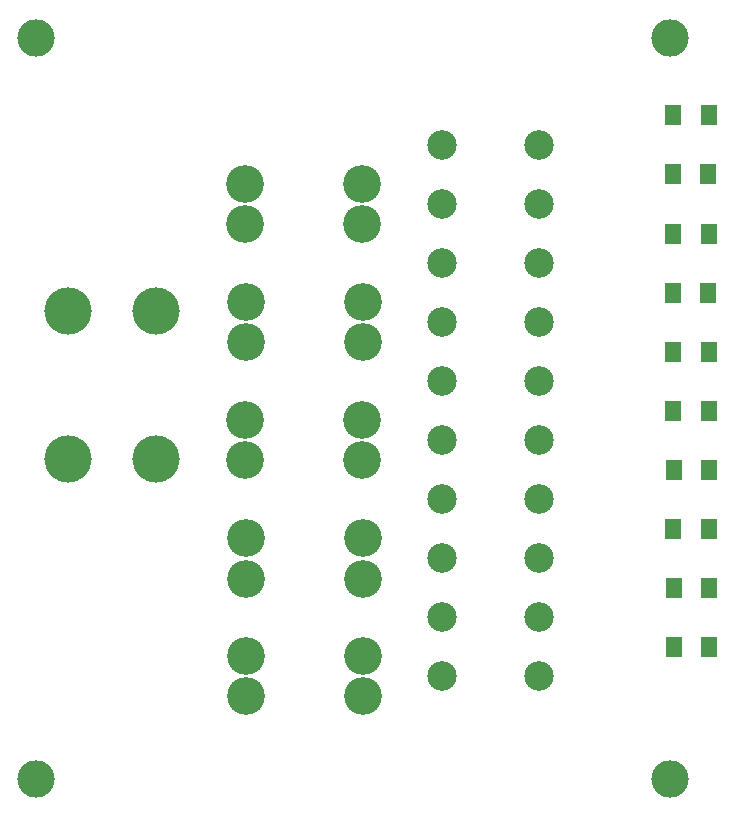
<source format=gbr>
%TF.GenerationSoftware,KiCad,Pcbnew,7.0.7*%
%TF.CreationDate,2023-11-23T15:16:12-08:00*%
%TF.ProjectId,PowerDistribution,506f7765-7244-4697-9374-726962757469,R1*%
%TF.SameCoordinates,Original*%
%TF.FileFunction,Soldermask,Top*%
%TF.FilePolarity,Negative*%
%FSLAX46Y46*%
G04 Gerber Fmt 4.6, Leading zero omitted, Abs format (unit mm)*
G04 Created by KiCad (PCBNEW 7.0.7) date 2023-11-23 15:16:12*
%MOMM*%
%LPD*%
G01*
G04 APERTURE LIST*
G04 Aperture macros list*
%AMRoundRect*
0 Rectangle with rounded corners*
0 $1 Rounding radius*
0 $2 $3 $4 $5 $6 $7 $8 $9 X,Y pos of 4 corners*
0 Add a 4 corners polygon primitive as box body*
4,1,4,$2,$3,$4,$5,$6,$7,$8,$9,$2,$3,0*
0 Add four circle primitives for the rounded corners*
1,1,$1+$1,$2,$3*
1,1,$1+$1,$4,$5*
1,1,$1+$1,$6,$7*
1,1,$1+$1,$8,$9*
0 Add four rect primitives between the rounded corners*
20,1,$1+$1,$2,$3,$4,$5,0*
20,1,$1+$1,$4,$5,$6,$7,0*
20,1,$1+$1,$6,$7,$8,$9,0*
20,1,$1+$1,$8,$9,$2,$3,0*%
G04 Aperture macros list end*
%ADD10RoundRect,0.250001X0.462499X0.624999X-0.462499X0.624999X-0.462499X-0.624999X0.462499X-0.624999X0*%
%ADD11C,3.175000*%
%ADD12C,3.204000*%
%ADD13C,2.500000*%
%ADD14C,4.000000*%
G04 APERTURE END LIST*
D10*
%TO.C,R1*%
X204707500Y-73290000D03*
X201732500Y-73290000D03*
%TD*%
%TO.C,R2*%
X204707500Y-83290000D03*
X201732500Y-83290000D03*
%TD*%
%TO.C,R5*%
X204730000Y-113290000D03*
X201755000Y-113290000D03*
%TD*%
D11*
%TO.C,H5*%
X147780000Y-66755000D03*
%TD*%
D10*
%TO.C,D2*%
X204667500Y-88290000D03*
X201692500Y-88290000D03*
%TD*%
%TO.C,D4*%
X204707500Y-108290000D03*
X201732500Y-108290000D03*
%TD*%
D12*
%TO.C,F1*%
X175429001Y-122465899D03*
X175429001Y-119065899D03*
X165509001Y-122465899D03*
X165509001Y-119065899D03*
%TD*%
D10*
%TO.C,R3*%
X204707500Y-93290000D03*
X201732500Y-93290000D03*
%TD*%
D11*
%TO.C,H1*%
X201470000Y-129455000D03*
%TD*%
D10*
%TO.C,D1*%
X204667500Y-78290000D03*
X201692500Y-78290000D03*
%TD*%
D12*
%TO.C,F2*%
X175419001Y-112505899D03*
X175419001Y-109105899D03*
X165499001Y-112505899D03*
X165499001Y-109105899D03*
%TD*%
D13*
%TO.C,J2*%
X182149002Y-120765902D03*
X190349001Y-120765902D03*
X182149002Y-115765900D03*
X190349001Y-115765900D03*
X182149002Y-110765899D03*
X190349001Y-110765899D03*
X182149002Y-105765899D03*
X190349001Y-105765899D03*
X182149002Y-100765899D03*
X190349001Y-100765899D03*
X182149002Y-95765899D03*
X190349001Y-95765899D03*
X182149002Y-90765899D03*
X190349001Y-90765899D03*
X182149002Y-85765899D03*
X190349001Y-85765899D03*
X182149002Y-80765899D03*
X190349001Y-80765899D03*
X182149002Y-75765898D03*
X190349001Y-75765898D03*
%TD*%
D10*
%TO.C,D5*%
X204727500Y-118290000D03*
X201752500Y-118290000D03*
%TD*%
%TO.C,D3*%
X204707500Y-98290000D03*
X201732500Y-98290000D03*
%TD*%
D12*
%TO.C,F5*%
X175379001Y-82485899D03*
X175379001Y-79085899D03*
X165459001Y-82485899D03*
X165459001Y-79085899D03*
%TD*%
%TO.C,F3*%
X175349001Y-102445899D03*
X175349001Y-99045899D03*
X165429001Y-102445899D03*
X165429001Y-99045899D03*
%TD*%
D10*
%TO.C,R4*%
X204730000Y-103290000D03*
X201755000Y-103290000D03*
%TD*%
D11*
%TO.C,H6*%
X147780000Y-129455000D03*
%TD*%
%TO.C,H2*%
X201470000Y-66755000D03*
%TD*%
D12*
%TO.C,F4*%
X175419001Y-92455899D03*
X175419001Y-89055899D03*
X165499001Y-92455899D03*
X165499001Y-89055899D03*
%TD*%
D14*
%TO.C,J1*%
X150435000Y-89858000D03*
X150435000Y-102358000D03*
X157935000Y-89858000D03*
X157935000Y-102358000D03*
%TD*%
M02*

</source>
